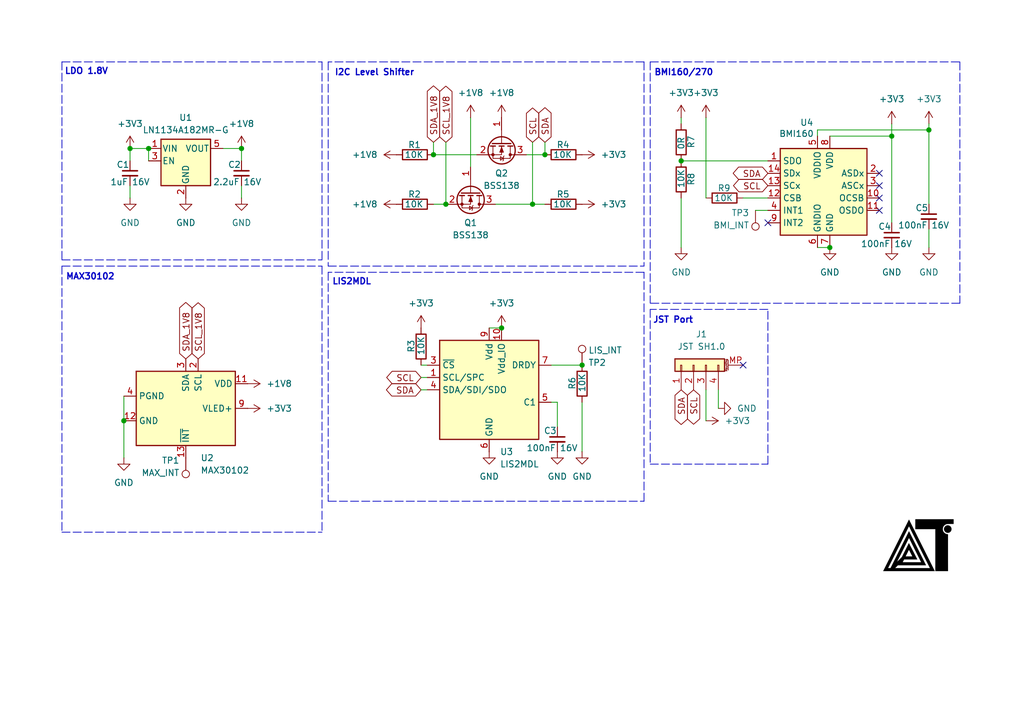
<source format=kicad_sch>
(kicad_sch (version 20231120) (generator "eeschema") (generator_version "8.0")
  (paper "A5")
  (title_block (title "sensor-unit-bmi-v1") (date "2025-04-24") (rev "1.0"))
  (lib_symbols
    (symbol "Connector:TestPoint" (pin_numbers hide) (pin_names (offset 0.762) hide)
      (property "Reference" "TP" (at 0 6.858 0))
      (property "Value" "TestPoint" (at 0 5.08 0))
      (symbol "TestPoint_0_1"
        (circle (center 0 3.302) (radius 0.762))
      )
      (symbol "TestPoint_1_1"
        (pin passive line (at 0 0 90) (length 2.54) (name "1") (number "1"))
      )
    )
    (symbol "Connector_Generic_MountingPin:Conn_01x04_MountingPin" (pin_names (offset 1.016) hide)
      (property "Reference" "J" (at 0 5.08 0))
      (property "Value" "Conn_01x04_MountingPin" (at 1.27 -7.62 0))
      (symbol "Conn_01x04_MountingPin_1_1"
        (rectangle (start -1.27 -4.953) (end 0 -5.207) (stroke (width 0.1524)))
        (rectangle (start -1.27 -2.413) (end 0 -2.667) (stroke (width 0.1524)))
        (rectangle (start -1.27 0.127) (end 0 -0.127) (stroke (width 0.1524)))
        (rectangle (start -1.27 2.667) (end 0 2.413) (stroke (width 0.1524)))
        (rectangle (start -1.27 3.81) (end 1.27 -6.35) (stroke (width 0.254)) (fill (type background)))
        (polyline (pts (xy -1.016 -7.112) (xy 1.016 -7.112)) (stroke (width 0.1524)))
        (text "Mounting" (at 0 -6.731 0) (effects (font (size 0.381 0.381))))
        (pin passive line (at -5.08 2.54 0) (length 3.81) (name "Pin_1") (number "1"))
        (pin passive line (at -5.08 0 0) (length 3.81) (name "Pin_2") (number "2"))
        (pin passive line (at -5.08 -2.54 0) (length 3.81) (name "Pin_3") (number "3"))
        (pin passive line (at -5.08 -5.08 0) (length 3.81) (name "Pin_4") (number "4"))
        (pin passive line (at 0 -10.16 90) (length 3.048) (name "MountPin") (number "MP"))
      )
    )
    (symbol "Device:C_Small" (pin_numbers hide) (pin_names (offset 0.254) hide)
      (property "Reference" "C" (at 0.254 1.778 0))
      (property "Value" "C_Small" (at 0.254 -2.032 0))
      (symbol "C_Small_0_1"
        (polyline (pts (xy -1.524 -0.508) (xy 1.524 -0.508)) (stroke (width 0.3302)))
        (polyline (pts (xy -1.524 0.508) (xy 1.524 0.508)) (stroke (width 0.3048)))
      )
      (symbol "C_Small_1_1"
        (pin passive line (at 0 2.54 270) (length 2.032) (name "~") (number "1"))
        (pin passive line (at 0 -2.54 90) (length 2.032) (name "~") (number "2"))
      )
    )
    (symbol "Device:R" (pin_numbers hide) (pin_names (offset 0))
      (property "Reference" "R" (at 2.032 0 90))
      (property "Value" "R" (at 0 0 90))
      (symbol "R_0_1"
        (rectangle (start -1.016 -2.54) (end 1.016 2.54) (stroke (width 0.254)))
      )
      (symbol "R_1_1"
        (pin passive line (at 0 3.81 270) (length 1.27) (name "~") (number "1"))
        (pin passive line (at 0 -3.81 90) (length 1.27) (name "~") (number "2"))
      )
    )
    (symbol "Regulator_Linear:AP2112K-3.3" (pin_names (offset 0.254))
      (property "Reference" "U" (at -5.08 5.715 0))
      (property "Value" "AP2112K-3.3" (at 0 5.715 0))
      (symbol "AP2112K-3.3_0_1"
        (rectangle (start -5.08 4.445) (end 5.08 -5.08) (stroke (width 0.254)) (fill (type background)))
      )
      (symbol "AP2112K-3.3_1_1"
        (pin power_in line (at -7.62 2.54 0) (length 2.54) (name "VIN") (number "1"))
        (pin power_in line (at 0 -7.62 90) (length 2.54) (name "GND") (number "2"))
        (pin input line (at -7.62 0 0) (length 2.54) (name "EN") (number "3"))
        (pin no_connect line (at 5.08 0 180) (length 2.54) hide (name "NC") (number "4"))
        (pin power_out line (at 7.62 2.54 180) (length 2.54) (name "VOUT") (number "5"))
      )
    )
    (symbol "Sensor:MAX30102"
      (property "Reference" "U" (at 7.62 15.24 0))
      (property "Value" "MAX30102" (at 7.62 12.7 0))
      (symbol "MAX30102_0_1"
        (rectangle (start -7.62 10.16) (end 7.62 -10.16) (stroke (width 0.254)) (fill (type background)))
      )
      (symbol "MAX30102_1_1"
        (pin no_connect line (at -7.62 5.08 0) (length 2.54) hide (name "NC") (number "1"))
        (pin passive line (at 0 12.7 270) (length 2.54) hide (name "VLED+") (number "10"))
        (pin power_in line (at -5.08 12.7 270) (length 2.54) (name "VDD") (number "11"))
        (pin power_in line (at 2.54 -12.7 90) (length 2.54) (name "GND") (number "12"))
        (pin output line (at 10.16 0 180) (length 2.54) (name "~{INT}") (number "13"))
        (pin no_connect line (at 7.62 2.54 180) (length 2.54) hide (name "NC") (number "14"))
        (pin input line (at -10.16 2.54 0) (length 2.54) (name "SCL") (number "2"))
        (pin bidirectional line (at -10.16 0 0) (length 2.54) (name "SDA") (number "3"))
        (pin power_in line (at -2.54 -12.7 90) (length 2.54) (name "PGND") (number "4"))
        (pin no_connect line (at 7.62 -7.62 180) (length 2.54) hide (name "NC") (number "5"))
        (pin no_connect line (at 7.62 -5.08 180) (length 2.54) hide (name "NC") (number "6"))
        (pin no_connect line (at -7.62 -2.54 0) (length 2.54) hide (name "NC") (number "7"))
        (pin no_connect line (at 7.62 5.08 180) (length 2.54) hide (name "NC") (number "8"))
        (pin power_in line (at 0 12.7 270) (length 2.54) (name "VLED+") (number "9"))
      )
    )
    (symbol "Sensor_Magnetic:LIS2MDL"
      (property "Reference" "U" (at -8.89 11.43 0))
      (property "Value" "LIS2MDL" (at 7.62 11.43 0))
      (symbol "LIS2MDL_0_1"
        (rectangle (start -10.16 10.16) (end 10.16 -10.16) (stroke (width 0.254)) (fill (type background)))
      )
      (symbol "LIS2MDL_1_1"
        (pin input line (at -12.7 2.54 0) (length 2.54) (name "SCL/SPC") (number "1"))
        (pin power_in line (at 2.54 12.7 270) (length 2.54) (name "Vdd_IO") (number "10"))
        (pin no_connect line (at -10.16 -7.62 0) (length 2.54) hide (name "NC") (number "11"))
        (pin no_connect line (at 10.16 -7.62 180) (length 2.54) hide (name "NC") (number "12"))
        (pin no_connect line (at -10.16 -5.08 0) (length 2.54) hide (name "NC") (number "2"))
        (pin input line (at -12.7 5.08 0) (length 2.54) (name "~{CS}") (number "3"))
        (pin bidirectional line (at -12.7 0 0) (length 2.54) (name "SDA/SDI/SDO") (number "4"))
        (pin power_out line (at 12.7 -2.54 180) (length 2.54) (name "C1") (number "5"))
        (pin power_in line (at 0 -12.7 90) (length 2.54) (name "GND") (number "6"))
        (pin output line (at 12.7 5.08 180) (length 2.54) (name "DRDY") (number "7"))
        (pin passive line (at 0 -12.7 90) (length 2.54) hide (name "GND") (number "8"))
        (pin power_in line (at 0 12.7 270) (length 2.54) (name "Vdd") (number "9"))
      )
    )
    (symbol "Sensor_Motion:BMI160"
      (property "Reference" "U" (at -10.16 8.89 0))
      (property "Value" "BMI160" (at 7.62 8.89 0))
      (symbol "BMI160_1_1"
        (rectangle (start -10.16 7.62) (end 7.62 -10.16) (stroke (width 0.254)) (fill (type background)))
        (pin bidirectional line (at -12.7 5.08 0) (length 2.54) (name "SDO") (number "1"))
        (pin bidirectional line (at 10.16 -2.54 180) (length 2.54) (name "OCSB") (number "10"))
        (pin bidirectional line (at 10.16 -5.08 180) (length 2.54) (name "OSDO") (number "11"))
        (pin input line (at -12.7 -2.54 0) (length 2.54) (name "CSB") (number "12"))
        (pin input line (at -12.7 0 0) (length 2.54) (name "SCx") (number "13"))
        (pin bidirectional line (at -12.7 2.54 0) (length 2.54) (name "SDx") (number "14"))
        (pin bidirectional line (at 10.16 2.54 180) (length 2.54) (name "ASDx") (number "2"))
        (pin output line (at 10.16 0 180) (length 2.54) (name "ASCx") (number "3"))
        (pin bidirectional line (at -12.7 -5.08 0) (length 2.54) (name "INT1") (number "4"))
        (pin power_in line (at -2.54 10.16 270) (length 2.54) (name "VDDIO") (number "5"))
        (pin power_in line (at -2.54 -12.7 90) (length 2.54) (name "GNDIO") (number "6"))
        (pin power_in line (at 0 -12.7 90) (length 2.54) (name "GND") (number "7"))
        (pin power_in line (at 0 10.16 270) (length 2.54) (name "VDD") (number "8"))
        (pin bidirectional line (at -12.7 -7.62 0) (length 2.54) (name "INT2") (number "9"))
      )
    )
    (symbol "Transistor_FET:BSS138" (pin_names hide)
      (property "Reference" "Q" (at 5.08 1.905 0))
      (property "Value" "BSS138" (at 5.08 0 0))
      (symbol "BSS138_0_1"
        (polyline (pts (xy 0.254 0) (xy -2.54 0)))
        (polyline (pts (xy 0.254 1.905) (xy 0.254 -1.905)) (stroke (width 0.254)))
        (polyline (pts (xy 0.762 -1.27) (xy 0.762 -2.286)) (stroke (width 0.254)))
        (polyline (pts (xy 0.762 0.508) (xy 0.762 -0.508)) (stroke (width 0.254)))
        (polyline (pts (xy 0.762 2.286) (xy 0.762 1.27)) (stroke (width 0.254)))
        (polyline (pts (xy 2.54 2.54) (xy 2.54 1.778)))
        (polyline (pts (xy 2.54 -2.54) (xy 2.54 0) (xy 0.762 0)))
        (polyline (pts (xy 0.762 -1.778) (xy 3.302 -1.778) (xy 3.302 1.778) (xy 0.762 1.778)))
        (polyline (pts (xy 1.016 0) (xy 2.032 0.381) (xy 2.032 -0.381) (xy 1.016 0)) (fill (type outline)))
        (polyline (pts (xy 2.794 0.508) (xy 2.921 0.381) (xy 3.683 0.381) (xy 3.81 0.254)))
        (polyline (pts (xy 3.302 0.381) (xy 2.921 -0.254) (xy 3.683 -0.254) (xy 3.302 0.381)))
        (circle (center 1.651 0) (radius 2.794) (stroke (width 0.254)))
        (circle (center 2.54 -1.778) (radius 0.254) (fill (type outline)))
        (circle (center 2.54 1.778) (radius 0.254) (fill (type outline)))
      )
      (symbol "BSS138_1_1"
        (pin input line (at -5.08 0 0) (length 2.54) (name "G") (number "1"))
        (pin passive line (at 2.54 -5.08 90) (length 2.54) (name "S") (number "2"))
        (pin passive line (at 2.54 5.08 270) (length 2.54) (name "D") (number "3"))
      )
    )
    (symbol "power:+1V8" (power) (pin_numbers hide) (pin_names (offset 0) hide)
      (property "Value" "+1V8" (at 0 3.556 0))
      (symbol "+1V8_0_1"
        (polyline (pts (xy -0.762 1.27) (xy 0 2.54)))
        (polyline (pts (xy 0 0) (xy 0 2.54)))
        (polyline (pts (xy 0 2.54) (xy 0.762 1.27)))
      )
      (symbol "+1V8_1_1"
        (pin power_in line (at 0 0 90) (length 0) (name "~") (number "1"))
      )
    )
    (symbol "power:+3V3" (power) (pin_numbers hide) (pin_names (offset 0) hide)
      (property "Value" "+3V3" (at 0 3.556 0))
      (symbol "+3V3_0_1"
        (polyline (pts (xy -0.762 1.27) (xy 0 2.54)))
        (polyline (pts (xy 0 0) (xy 0 2.54)))
        (polyline (pts (xy 0 2.54) (xy 0.762 1.27)))
      )
      (symbol "+3V3_1_1"
        (pin power_in line (at 0 0 90) (length 0) (name "~") (number "1"))
      )
    )
    (symbol "power:GND" (power) (pin_numbers hide) (pin_names (offset 0) hide)
      (property "Value" "GND" (at 0 -3.81 0))
      (symbol "GND_0_1"
        (polyline (pts (xy 0 0) (xy 0 -1.27) (xy 1.27 -1.27) (xy 0 -2.54) (xy -1.27 -1.27) (xy 0 -1.27)))
      )
      (symbol "GND_1_1"
        (pin power_in line (at 0 0 270) (length 0) (name "~") (number "1"))
      )
    )
  )
  (junction (at 109.22 41.91))
  (junction (at 139.7 33.02))
  (junction (at 30.48 30.48))
  (junction (at 49.53 30.48))
  (junction (at 111.76 31.75))
  (junction (at 102.87 67.31))
  (junction (at 91.44 41.91))
  (junction (at 119.38 74.93))
  (junction (at 25.4 86.36))
  (junction (at 170.18 50.8))
  (junction (at 182.88 27.94))
  (junction (at 88.9 31.75))
  (junction (at 190.5 26.67))
  (junction (at 26.67 30.48))
  (no_connect (at 180.34 35.56))
  (no_connect (at 180.34 38.1))
  (no_connect (at 157.48 45.72))
  (no_connect (at 180.34 40.64))
  (no_connect (at 152.4 74.93))
  (no_connect (at 180.34 43.18))
  (polyline (pts (xy 66.04 54.61) (xy 66.04 109.22)) (stroke (width 0) (type dash)))
  (wire (pts (xy 152.4 40.64) (xy 157.48 40.64)))
  (polyline (pts (xy 12.7 53.34) (xy 66.04 53.34)) (stroke (width 0) (type dash)))
  (wire (pts (xy 190.5 26.67) (xy 190.5 41.91)))
  (wire (pts (xy 139.7 33.02) (xy 157.48 33.02)))
  (wire (pts (xy 100.33 67.31) (xy 102.87 67.31)))
  (wire (pts (xy 109.22 29.21) (xy 109.22 41.91)))
  (polyline (pts (xy 133.35 63.5) (xy 133.35 95.25)) (stroke (width 0) (type dash)))
  (wire (pts (xy 26.67 40.64) (xy 26.67 38.1)))
  (polyline (pts (xy 66.04 12.7) (xy 66.04 53.34)) (stroke (width 0) (type dash)))
  (wire (pts (xy 88.9 31.75) (xy 97.79 31.75)))
  (wire (pts (xy 45.72 30.48) (xy 49.53 30.48)))
  (polyline (pts (xy 157.48 95.25) (xy 157.48 63.5)) (stroke (width 0) (type dash)))
  (polyline (pts (xy 132.08 55.88) (xy 67.31 55.88)) (stroke (width 0) (type dash)))
  (wire (pts (xy 167.64 50.8) (xy 170.18 50.8)))
  (wire (pts (xy 30.48 30.48) (xy 30.48 33.02)))
  (polyline (pts (xy 133.35 12.7) (xy 196.85 12.7)) (stroke (width 0) (type dash)))
  (wire (pts (xy 26.67 30.48) (xy 30.48 30.48)))
  (wire (pts (xy 109.22 41.91) (xy 111.76 41.91)))
  (wire (pts (xy 190.5 25.4) (xy 190.5 26.67)))
  (wire (pts (xy 182.88 27.94) (xy 170.18 27.94)))
  (wire (pts (xy 190.5 46.99) (xy 190.5 50.8)))
  (wire (pts (xy 101.6 41.91) (xy 109.22 41.91)))
  (wire (pts (xy 139.7 24.13) (xy 139.7 25.4)))
  (polyline (pts (xy 67.31 12.7) (xy 67.31 54.61)) (stroke (width 0) (type dash)))
  (wire (pts (xy 25.4 93.98) (xy 25.4 86.36)))
  (wire (pts (xy 144.78 80.01) (xy 144.78 86.36)))
  (polyline (pts (xy 12.7 109.22) (xy 66.04 109.22)) (stroke (width 0) (type dash)))
  (polyline (pts (xy 67.31 55.88) (xy 67.31 102.87)) (stroke (width 0) (type dash)))
  (polyline (pts (xy 133.35 12.7) (xy 133.35 62.23)) (stroke (width 0) (type dash)))
  (polyline (pts (xy 196.85 62.23) (xy 133.35 62.23)) (stroke (width 0) (type dash)))
  (wire (pts (xy 113.03 74.93) (xy 119.38 74.93)))
  (wire (pts (xy 111.76 29.21) (xy 111.76 31.75)))
  (wire (pts (xy 91.44 29.21) (xy 91.44 41.91)))
  (polyline (pts (xy 157.48 63.5) (xy 133.35 63.5)) (stroke (width 0) (type dash)))
  (wire (pts (xy 88.9 41.91) (xy 91.44 41.91)))
  (polyline (pts (xy 133.35 95.25) (xy 157.48 95.25)) (stroke (width 0) (type dash)))
  (wire (pts (xy 87.63 77.47) (xy 86.36 77.47)))
  (wire (pts (xy 26.67 33.02) (xy 26.67 30.48)))
  (polyline (pts (xy 12.7 12.7) (xy 12.7 53.34)) (stroke (width 0) (type dash)))
  (wire (pts (xy 114.3 82.55) (xy 114.3 87.63)))
  (polyline (pts (xy 12.7 12.7) (xy 66.04 12.7)) (stroke (width 0) (type dash)))
  (wire (pts (xy 144.78 24.13) (xy 144.78 40.64)))
  (wire (pts (xy 96.52 24.13) (xy 96.52 34.29)))
  (wire (pts (xy 154.94 43.18) (xy 157.48 43.18)))
  (wire (pts (xy 167.64 26.67) (xy 190.5 26.67)))
  (polyline (pts (xy 132.08 12.7) (xy 132.08 54.61)) (stroke (width 0) (type dash)))
  (wire (pts (xy 86.36 74.93) (xy 87.63 74.93)))
  (polyline (pts (xy 132.08 102.87) (xy 132.08 55.88)) (stroke (width 0) (type dash)))
  (wire (pts (xy 49.53 30.48) (xy 49.53 33.02)))
  (wire (pts (xy 182.88 25.4) (xy 182.88 27.94)))
  (wire (pts (xy 25.4 81.28) (xy 25.4 86.36)))
  (polyline (pts (xy 67.31 102.87) (xy 132.08 102.87)) (stroke (width 0) (type dash)))
  (wire (pts (xy 49.53 40.64) (xy 49.53 38.1)))
  (polyline (pts (xy 132.08 12.7) (xy 67.31 12.7)) (stroke (width 0) (type dash)))
  (wire (pts (xy 88.9 29.21) (xy 88.9 31.75)))
  (polyline (pts (xy 12.7 54.61) (xy 66.04 54.61)) (stroke (width 0) (type dash)))
  (wire (pts (xy 147.32 80.01) (xy 147.32 83.82)))
  (wire (pts (xy 119.38 82.55) (xy 119.38 92.71)))
  (wire (pts (xy 87.63 80.01) (xy 86.36 80.01)))
  (wire (pts (xy 107.95 31.75) (xy 111.76 31.75)))
  (polyline (pts (xy 196.85 12.7) (xy 196.85 62.23)) (stroke (width 0) (type dash)))
  (polyline (pts (xy 67.31 54.61) (xy 132.08 54.61)) (stroke (width 0) (type dash)))
  (wire (pts (xy 167.64 27.94) (xy 167.64 26.67)))
  (wire (pts (xy 139.7 50.8) (xy 139.7 40.64)))
  (wire (pts (xy 182.88 45.72) (xy 182.88 27.94)))
  (wire (pts (xy 114.3 82.55) (xy 113.03 82.55)))
  (polyline (pts (xy 12.7 54.61) (xy 12.7 109.22)) (stroke (width 0) (type dash)))
  (image (at 187.96 111.76) (scale 0.359998))
  (text "LDO 1.8V\n" (at 13.208 15.494 0) (effects (font (size 1.27 1.27) (thickness 0.254) (bold yes)) (justify left bottom)))
  (text "MAX30102\n" (at 13.462 57.658 0) (effects (font (size 1.27 1.27) (thickness 0.254) (bold yes)) (justify left bottom)))
  (text "JST Port\n" (at 133.858 66.548 0) (effects (font (size 1.27 1.27) (thickness 0.254) (bold yes)) (justify left bottom)))
  (text "LIS2MDL" (at 68.072 58.674 0) (effects (font (size 1.27 1.27) (thickness 0.254) (bold yes)) (justify left bottom)))
  (text "BMI160/270\n" (at 134.112 15.748 0) (effects (font (size 1.27 1.27) (thickness 0.254) (bold yes)) (justify left bottom)))
  (text "I2C Level Shifter" (at 68.58 15.748 0) (effects (font (size 1.27 1.27) (thickness 0.254) (bold yes)) (justify left bottom)))
  (global_label "SDA_1V8" (shape bidirectional) (at 38.1 73.66 90) (property "Intersheetrefs" "${INTERSHEET_REFS}" (effects (hide yes))))
  (global_label "SCL" (shape bidirectional) (at 109.22 29.21 90) (property "Intersheetrefs" "${INTERSHEET_REFS}" (effects (hide yes))))
  (global_label "SDA" (shape bidirectional) (at 86.36 80.01 180) (property "Intersheetrefs" "${INTERSHEET_REFS}" (effects (hide yes))))
  (global_label "SDA" (shape bidirectional) (at 157.48 35.56 180) (property "Intersheetrefs" "${INTERSHEET_REFS}" (effects (hide yes))))
  (global_label "SCL_1V8" (shape bidirectional) (at 91.44 29.21 90) (property "Intersheetrefs" "${INTERSHEET_REFS}" (effects (hide yes))))
  (global_label "SCL_1V8" (shape bidirectional) (at 40.64 73.66 90) (property "Intersheetrefs" "${INTERSHEET_REFS}" (effects (hide yes))))
  (global_label "SCL" (shape bidirectional) (at 142.24 80.01 270) (property "Intersheetrefs" "${INTERSHEET_REFS}" (effects (hide yes))))
  (global_label "SCL" (shape bidirectional) (at 157.48 38.1 180) (property "Intersheetrefs" "${INTERSHEET_REFS}" (effects (hide yes))))
  (global_label "SCL" (shape bidirectional) (at 86.36 77.47 180) (property "Intersheetrefs" "${INTERSHEET_REFS}" (effects (hide yes))))
  (global_label "SDA" (shape bidirectional) (at 139.7 80.01 270) (property "Intersheetrefs" "${INTERSHEET_REFS}" (effects (hide yes))))
  (global_label "SDA_1V8" (shape bidirectional) (at 88.9 29.21 90) (property "Intersheetrefs" "${INTERSHEET_REFS}" (effects (hide yes))))
  (global_label "SDA" (shape bidirectional) (at 111.76 29.21 90) (property "Intersheetrefs" "${INTERSHEET_REFS}" (effects (hide yes))))
  (symbol (lib_id "power:+3V3") (at 102.87 67.31 0) (unit 1)
    (property "Reference" "#PWR015" (effects (hide yes)))
    (property "Value" "+3V3" (at 102.87 62.23 0))
    (property "Description" "Power symbol creates a global label with name \"+3V3\"" (effects (hide yes)))
  )
  (symbol (lib_id "power:+3V3") (at 50.8 83.82 270) (unit 1)
    (property "Reference" "#PWR08" (effects (hide yes)))
    (property "Value" "+3V3" (at 54.61 83.8199 90) (effects (justify left)))
    (property "Description" "Power symbol creates a global label with name \"+3V3\"" (effects (hide yes)))
  )
  (symbol (lib_id "power:+3V3") (at 139.7 24.13 0) (unit 1)
    (property "Reference" "#PWR020" (effects (hide yes)))
    (property "Value" "+3V3" (at 139.7 19.05 0))
    (property "Description" "Power symbol creates a global label with name \"+3V3\"" (effects (hide yes)))
  )
  (symbol (lib_id "Device:R") (at 85.09 41.91 90) (unit 1)
    (property "Reference" "R2" (at 86.36 39.878 90) (effects (justify left)))
    (property "Value" "10K" (at 86.868 41.91 90) (effects (justify left)))
    (property "Footprint" "Resistor_SMD:R_0402_1005Metric" (effects (hide yes)))
    (property "Description" "Resistor" (effects (hide yes)))
  )
  (symbol (lib_id "power:+3V3") (at 144.78 24.13 0) (unit 1)
    (property "Reference" "#PWR022" (effects (hide yes)))
    (property "Value" "+3V3" (at 144.78 19.05 0))
    (property "Description" "Power symbol creates a global label with name \"+3V3\"" (effects (hide yes)))
  )
  (symbol (lib_id "Device:R") (at 86.36 71.12 0) (mirror y) (unit 1)
    (property "Reference" "R3" (at 84.328 72.39 90) (effects (justify left)))
    (property "Value" "10K" (at 86.36 72.898 90) (effects (justify left)))
    (property "Footprint" "Resistor_SMD:R_0402_1005Metric" (effects (hide yes)))
    (property "Description" "Resistor" (effects (hide yes)))
  )
  (symbol (lib_id "Device:R") (at 85.09 31.75 90) (unit 1)
    (property "Reference" "R1" (at 86.36 29.718 90) (effects (justify left)))
    (property "Value" "10K" (at 86.868 31.75 90) (effects (justify left)))
    (property "Footprint" "Resistor_SMD:R_0402_1005Metric" (effects (hide yes)))
    (property "Description" "Resistor" (effects (hide yes)))
  )
  (symbol (lib_id "Regulator_Linear:AP2112K-3.3") (at 38.1 33.02 0) (unit 1)
    (property "Reference" "U1" (at 38.1 24.13 0))
    (property "Value" "LN1134A182MR-G" (at 38.1 26.67 0))
    (property "Footprint" "Package_TO_SOT_SMD:SOT-23-5" (effects (hide yes)))
  )
  (symbol (lib_id "power:+3V3") (at 144.78 86.36 270) (unit 1)
    (property "Reference" "#PWR023" (effects (hide yes)))
    (property "Value" "+3V3" (at 148.59 86.3599 90) (effects (justify left)))
    (property "Description" "Power symbol creates a global label with name \"+3V3\"" (effects (hide yes)))
  )
  (symbol (lib_id "Device:C_Small") (at 190.5 44.45 0) (unit 1)
    (property "Reference" "C5" (at 187.706 42.672 0) (effects (justify left)))
    (property "Value" "100nF 16V" (at 184.15 46.228 0) (effects (justify left)))
    (property "Footprint" "Capacitor_SMD:C_0603_1608Metric" (effects (hide yes)))
    (property "Description" "Unpolarized capacitor, small symbol" (effects (hide yes)))
  )
  (symbol (lib_id "power:GND") (at 26.67 40.64 0) (unit 1)
    (property "Reference" "#PWR03" (effects (hide yes)))
    (property "Value" "GND" (at 26.67 45.72 0))
    (property "Description" "Power symbol creates a global label with name \"GND\" , ground" (effects (hide yes)))
  )
  (symbol (lib_id "power:+1V8") (at 81.28 41.91 90) (unit 1)
    (property "Reference" "#PWR010" (effects (hide yes)))
    (property "Value" "+1V8" (at 77.47 41.9099 90) (effects (justify left)))
    (property "Description" "Power symbol creates a global label with name \"+1V8\"" (effects (hide yes)))
  )
  (symbol (lib_id "power:+3V3") (at 182.88 25.4 0) (unit 1)
    (property "Reference" "#PWR026" (effects (hide yes)))
    (property "Value" "+3V3" (at 182.88 20.32 0))
    (property "Description" "Power symbol creates a global label with name \"+3V3\"" (effects (hide yes)))
  )
  (symbol (lib_id "Device:R") (at 119.38 78.74 0) (mirror y) (unit 1)
    (property "Reference" "R6" (at 117.348 80.01 90) (effects (justify left)))
    (property "Value" "10K" (at 119.38 80.518 90) (effects (justify left)))
    (property "Footprint" "Resistor_SMD:R_0402_1005Metric" (effects (hide yes)))
    (property "Description" "Resistor" (effects (hide yes)))
  )
  (symbol (lib_id "power:GND") (at 139.7 50.8 0) (unit 1)
    (property "Reference" "#PWR021" (effects (hide yes)))
    (property "Value" "GND" (at 139.7 55.88 0))
    (property "Description" "Power symbol creates a global label with name \"GND\" , ground" (effects (hide yes)))
  )
  (symbol (lib_id "Device:R") (at 139.7 29.21 0) (unit 1)
    (property "Reference" "R7" (at 141.732 30.48 90) (effects (justify left)))
    (property "Value" "0R" (at 139.7 30.734 90) (effects (justify left)))
    (property "Footprint" "Resistor_SMD:R_0402_1005Metric" (effects (hide yes)))
    (property "Description" "Resistor" (effects (hide yes)))
  )
  (symbol (lib_id "Device:R") (at 115.57 41.91 90) (unit 1)
    (property "Reference" "R5" (at 116.84 39.878 90) (effects (justify left)))
    (property "Value" "10K" (at 117.348 41.91 90) (effects (justify left)))
    (property "Footprint" "Resistor_SMD:R_0402_1005Metric" (effects (hide yes)))
    (property "Description" "Resistor" (effects (hide yes)))
  )
  (symbol (lib_id "power:+3V3") (at 86.36 67.31 0) (unit 1)
    (property "Reference" "#PWR011" (effects (hide yes)))
    (property "Value" "+3V3" (at 86.36 62.23 0))
    (property "Description" "Power symbol creates a global label with name \"+3V3\"" (effects (hide yes)))
  )
  (symbol (lib_id "power:GND") (at 49.53 40.64 0) (unit 1)
    (property "Reference" "#PWR06" (effects (hide yes)))
    (property "Value" "GND" (at 49.53 45.72 0))
    (property "Description" "Power symbol creates a global label with name \"GND\" , ground" (effects (hide yes)))
  )
  (symbol (lib_id "Transistor_FET:BSS138") (at 96.52 39.37 270) (unit 1)
    (property "Reference" "Q1" (at 96.52 45.72 90))
    (property "Value" "BSS138" (at 96.52 48.26 90))
    (property "Footprint" "Package_TO_SOT_SMD:SOT-23" (effects (hide yes)))
    (property "Datasheet" "https://www.onsemi.com/pub/Collateral/BSS138-D.PDF" (effects (hide yes)))
    (property "Description" "50V Vds, 0.22A Id, N-Channel MOSFET, SOT-23" (effects (hide yes)))
  )
  (symbol (lib_id "power:+1V8") (at 50.8 78.74 270) (unit 1)
    (property "Reference" "#PWR07" (effects (hide yes)))
    (property "Value" "+1V8" (at 54.61 78.7399 90) (effects (justify left)))
    (property "Description" "Power symbol creates a global label with name \"+1V8\"" (effects (hide yes)))
  )
  (symbol (lib_id "Device:R") (at 115.57 31.75 90) (unit 1)
    (property "Reference" "R4" (at 116.84 29.718 90) (effects (justify left)))
    (property "Value" "10K" (at 117.348 31.75 90) (effects (justify left)))
    (property "Footprint" "Resistor_SMD:R_0402_1005Metric" (effects (hide yes)))
    (property "Description" "Resistor" (effects (hide yes)))
  )
  (symbol (lib_id "Sensor_Motion:BMI160") (at 170.18 38.1 0) (unit 1)
    (property "Reference" "U4" (at 164.084 25.146 0) (effects (justify left)))
    (property "Value" "BMI160" (at 159.766 27.432 0) (effects (justify left)))
    (property "Footprint" "Package_LGA:Bosch_LGA-14_3x2.5mm_P0.5mm" (effects (hide yes)))
    (property "Datasheet" "https://www.bosch-sensortec.com/media/boschsensortec/downloads/datasheets/bst-bmi160-ds000.pdf" (effects (hide yes)))
    (property "Description" "Small, low power inertial measurement unit, LGA-14" (effects (hide yes)))
  )
  (symbol (lib_id "power:+1V8") (at 102.87 24.13 0) (unit 1)
    (property "Reference" "#PWR014" (effects (hide yes)))
    (property "Value" "+1V8" (at 102.87 19.05 0))
    (property "Description" "Power symbol creates a global label with name \"+1V8\"" (effects (hide yes)))
  )
  (symbol (lib_id "power:GND") (at 119.38 92.71 0) (unit 1)
    (property "Reference" "#PWR019" (effects (hide yes)))
    (property "Value" "GND" (at 119.38 97.79 0))
    (property "Description" "Power symbol creates a global label with name \"GND\" , ground" (effects (hide yes)))
  )
  (symbol (lib_id "power:GND") (at 38.1 40.64 0) (unit 1)
    (property "Reference" "#PWR04" (effects (hide yes)))
    (property "Value" "GND" (at 38.1 45.72 0))
    (property "Description" "Power symbol creates a global label with name \"GND\" , ground" (effects (hide yes)))
  )
  (symbol (lib_id "power:+1V8") (at 49.53 30.48 0) (unit 1)
    (property "Reference" "#PWR05" (effects (hide yes)))
    (property "Value" "+1V8" (at 49.53 25.4 0))
    (property "Description" "Power symbol creates a global label with name \"+1V8\"" (effects (hide yes)))
  )
  (symbol (lib_id "power:GND") (at 25.4 93.98 0) (unit 1)
    (property "Reference" "#PWR01" (effects (hide yes)))
    (property "Value" "GND" (at 25.4 99.06 0))
    (property "Description" "Power symbol creates a global label with name \"GND\" , ground" (effects (hide yes)))
  )
  (symbol (lib_id "power:+3V3") (at 26.67 30.48 0) (unit 1)
    (property "Reference" "#PWR02" (effects (hide yes)))
    (property "Value" "+3V3" (at 26.67 25.4 0))
    (property "Description" "Power symbol creates a global label with name \"+3V3\"" (effects (hide yes)))
  )
  (symbol (lib_id "Device:C_Small") (at 26.67 35.56 0) (unit 1)
    (property "Reference" "C1" (at 23.876 33.782 0) (effects (justify left)))
    (property "Value" "1uF 16V" (at 22.606 37.338 0) (effects (justify left)))
    (property "Footprint" "Capacitor_SMD:C_0603_1608Metric" (effects (hide yes)))
    (property "Description" "Unpolarized capacitor, small symbol" (effects (hide yes)))
  )
  (symbol (lib_id "power:+3V3") (at 119.38 31.75 270) (unit 1)
    (property "Reference" "#PWR017" (effects (hide yes)))
    (property "Value" "+3V3" (at 123.19 31.7499 90) (effects (justify left)))
    (property "Description" "Power symbol creates a global label with name \"+3V3\"" (effects (hide yes)))
  )
  (symbol (lib_id "power:+1V8") (at 96.52 24.13 0) (unit 1)
    (property "Reference" "#PWR012" (effects (hide yes)))
    (property "Value" "+1V8" (at 96.52 19.05 0))
    (property "Description" "Power symbol creates a global label with name \"+1V8\"" (effects (hide yes)))
  )
  (symbol (lib_id "power:GND") (at 190.5 50.8 0) (unit 1)
    (property "Reference" "#PWR029" (effects (hide yes)))
    (property "Value" "GND" (at 190.5 55.88 0))
    (property "Description" "Power symbol creates a global label with name \"GND\" , ground" (effects (hide yes)))
  )
  (symbol (lib_id "Connector:TestPoint") (at 154.94 43.18 0) (mirror x) (unit 1)
    (property "Reference" "TP3" (at 153.67 43.688 0) (effects (justify right)))
    (property "Value" "BMI_INT" (at 153.67 46.228 0) (effects (justify right)))
    (property "Footprint" "TestPoint:TestPoint_Pad_D1.0mm" (effects (hide yes)))
    (property "Description" "test point" (effects (hide yes)))
  )
  (symbol (lib_id "Device:C_Small") (at 182.88 48.26 0) (unit 1)
    (property "Reference" "C4" (at 180.086 46.482 0) (effects (justify left)))
    (property "Value" "100nF 16V" (at 176.53 50.038 0) (effects (justify left)))
    (property "Footprint" "Capacitor_SMD:C_0603_1608Metric" (effects (hide yes)))
    (property "Description" "Unpolarized capacitor, small symbol" (effects (hide yes)))
  )
  (symbol (lib_id "Sensor:MAX30102") (at 38.1 83.82 270) (unit 1)
    (property "Reference" "U2" (at 41.1165 93.98 90) (effects (justify left)))
    (property "Value" "MAX30102" (at 41.1165 96.52 90) (effects (justify left)))
    (property "Footprint" "OptoDevice:Maxim_OLGA-14_3.3x5.6mm_P0.8mm" (effects (hide yes)))
    (property "Datasheet" "https://datasheets.maximintegrated.com/en/ds/MAX30102.pdf" (effects (hide yes)))
    (property "Description" "Heart Rate Sensor, 14-OLGA" (effects (hide yes)))
  )
  (symbol (lib_id "power:+3V3") (at 190.5 25.4 0) (unit 1)
    (property "Reference" "#PWR028" (effects (hide yes)))
    (property "Value" "+3V3" (at 190.5 20.32 0))
    (property "Description" "Power symbol creates a global label with name \"+3V3\"" (effects (hide yes)))
  )
  (symbol (lib_id "Device:R") (at 148.59 40.64 90) (unit 1)
    (property "Reference" "R9" (at 149.86 38.608 90) (effects (justify left)))
    (property "Value" "10K" (at 150.368 40.64 90) (effects (justify left)))
    (property "Footprint" "Resistor_SMD:R_0402_1005Metric" (effects (hide yes)))
    (property "Description" "Resistor" (effects (hide yes)))
  )
  (symbol (lib_id "power:GND") (at 182.88 50.8 0) (unit 1)
    (property "Reference" "#PWR027" (effects (hide yes)))
    (property "Value" "GND" (at 182.88 55.88 0))
    (property "Description" "Power symbol creates a global label with name \"GND\" , ground" (effects (hide yes)))
  )
  (symbol (lib_id "power:GND") (at 170.18 50.8 0) (unit 1)
    (property "Reference" "#PWR025" (effects (hide yes)))
    (property "Value" "GND" (at 170.18 55.88 0))
    (property "Description" "Power symbol creates a global label with name \"GND\" , ground" (effects (hide yes)))
  )
  (symbol (lib_id "power:+1V8") (at 81.28 31.75 90) (unit 1)
    (property "Reference" "#PWR09" (effects (hide yes)))
    (property "Value" "+1V8" (at 77.47 31.7499 90) (effects (justify left)))
    (property "Description" "Power symbol creates a global label with name \"+1V8\"" (effects (hide yes)))
  )
  (symbol (lib_id "power:+3V3") (at 119.38 41.91 270) (unit 1)
    (property "Reference" "#PWR018" (effects (hide yes)))
    (property "Value" "+3V3" (at 123.19 41.9099 90) (effects (justify left)))
    (property "Description" "Power symbol creates a global label with name \"+3V3\"" (effects (hide yes)))
  )
  (symbol (lib_id "Transistor_FET:BSS138") (at 102.87 29.21 270) (unit 1)
    (property "Reference" "Q2" (at 102.87 35.56 90))
    (property "Value" "BSS138" (at 102.87 38.1 90))
    (property "Footprint" "Package_TO_SOT_SMD:SOT-23" (effects (hide yes)))
    (property "Datasheet" "https://www.onsemi.com/pub/Collateral/BSS138-D.PDF" (effects (hide yes)))
    (property "Description" "50V Vds, 0.22A Id, N-Channel MOSFET, SOT-23" (effects (hide yes)))
  )
  (symbol (lib_id "power:GND") (at 114.3 92.71 0) (unit 1)
    (property "Reference" "#PWR016" (effects (hide yes)))
    (property "Value" "GND" (at 114.3 97.79 0))
    (property "Description" "Power symbol creates a global label with name \"GND\" , ground" (effects (hide yes)))
  )
  (symbol (lib_id "Connector:TestPoint") (at 119.38 74.93 0) (mirror y) (unit 1)
    (property "Reference" "TP2" (at 120.65 74.422 0) (effects (justify right)))
    (property "Value" "LIS_INT" (at 120.65 71.882 0) (effects (justify right)))
    (property "Footprint" "TestPoint:TestPoint_Pad_D1.0mm" (effects (hide yes)))
    (property "Description" "test point" (effects (hide yes)))
  )
  (symbol (lib_id "Sensor_Magnetic:LIS2MDL") (at 100.33 80.01 0) (unit 1)
    (property "Reference" "U3" (at 102.5241 92.71 0) (effects (justify left)))
    (property "Value" "LIS2MDL" (at 102.5241 95.25 0) (effects (justify left)))
    (property "Footprint" "Package_LGA:LGA-12_2x2mm_P0.5mm" (effects (hide yes)))
    (property "Datasheet" "https://www.st.com/resource/en/datasheet/lis2mdl.pdf" (effects (hide yes)))
    (property "Description" "Ultra-low-power, 3-axis digital output magnetometer, LGA-12" (effects (hide yes)))
  )
  (symbol (lib_id "Connector_Generic_MountingPin:Conn_01x04_MountingPin") (at 142.24 74.93 90) (unit 1)
    (property "Reference" "J1" (at 143.8656 68.58 90))
    (property "Value" "JST SH1.0" (at 143.8656 71.12 90))
    (property "Footprint" "Connector_JST:JST_SH_SM04B-SRSS-TB_1x04-1MP_P1.00mm_Horizontal" (effects (hide yes)))
    (property "Description" "Generic connectable mounting pin connector, single row, 01x04, script generated (kicad-library-utils/schlib/autogen/connector/)" (effects (hide yes)))
  )
  (symbol (lib_id "Connector:TestPoint") (at 38.1 93.98 0) (mirror x) (unit 1)
    (property "Reference" "TP1" (at 36.83 94.488 0) (effects (justify right)))
    (property "Value" "MAX_INT" (at 36.83 97.028 0) (effects (justify right)))
    (property "Footprint" "TestPoint:TestPoint_Pad_D1.0mm" (effects (hide yes)))
    (property "Description" "test point" (effects (hide yes)))
  )
  (symbol (lib_id "power:GND") (at 100.33 92.71 0) (unit 1)
    (property "Reference" "#PWR013" (effects (hide yes)))
    (property "Value" "GND" (at 100.33 97.79 0))
    (property "Description" "Power symbol creates a global label with name \"GND\" , ground" (effects (hide yes)))
  )
  (symbol (lib_id "power:GND") (at 147.32 83.82 90) (unit 1)
    (property "Reference" "#PWR024" (effects (hide yes)))
    (property "Value" "GND" (at 151.13 83.8199 90) (effects (justify right)))
    (property "Description" "Power symbol creates a global label with name \"GND\" , ground" (effects (hide yes)))
  )
  (symbol (lib_id "Device:R") (at 139.7 36.83 0) (unit 1)
    (property "Reference" "R8" (at 141.732 38.1 90) (effects (justify left)))
    (property "Value" "10K" (at 139.7 38.608 90) (effects (justify left)))
    (property "Footprint" "Resistor_SMD:R_0402_1005Metric" (effects (hide yes)))
    (property "Description" "Resistor" (effects (hide yes)))
  )
  (symbol (lib_id "Device:C_Small") (at 114.3 90.17 0) (unit 1)
    (property "Reference" "C3" (at 111.506 88.392 0) (effects (justify left)))
    (property "Value" "100nF 16V" (at 107.95 91.948 0) (effects (justify left)))
    (property "Footprint" "Capacitor_SMD:C_0603_1608Metric" (effects (hide yes)))
    (property "Description" "Unpolarized capacitor, small symbol" (effects (hide yes)))
  )
  (symbol (lib_id "Device:C_Small") (at 49.53 35.56 0) (unit 1)
    (property "Reference" "C2" (at 46.736 33.782 0) (effects (justify left)))
    (property "Value" "2.2uF 16V" (at 43.688 37.338 0) (effects (justify left)))
    (property "Footprint" "Capacitor_SMD:C_0603_1608Metric" (effects (hide yes)))
    (property "Description" "Unpolarized capacitor, small symbol" (effects (hide yes)))
  )
)
</source>
